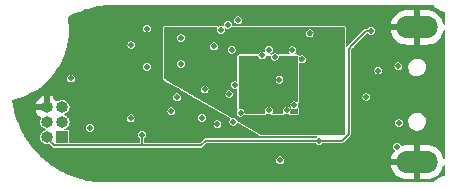
<source format=gbr>
%TF.GenerationSoftware,KiCad,Pcbnew,7.0.6*%
%TF.CreationDate,2023-08-02T13:54:47-07:00*%
%TF.ProjectId,ovrdrive,6f767264-7269-4766-952e-6b696361645f,rev?*%
%TF.SameCoordinates,Original*%
%TF.FileFunction,Copper,L2,Inr*%
%TF.FilePolarity,Positive*%
%FSLAX46Y46*%
G04 Gerber Fmt 4.6, Leading zero omitted, Abs format (unit mm)*
G04 Created by KiCad (PCBNEW 7.0.6) date 2023-08-02 13:54:47*
%MOMM*%
%LPD*%
G01*
G04 APERTURE LIST*
%TA.AperFunction,ComponentPad*%
%ADD10O,3.500000X1.900000*%
%TD*%
%TA.AperFunction,ComponentPad*%
%ADD11R,1.000000X1.000000*%
%TD*%
%TA.AperFunction,ComponentPad*%
%ADD12O,1.000000X1.000000*%
%TD*%
%TA.AperFunction,ViaPad*%
%ADD13C,0.460000*%
%TD*%
%TA.AperFunction,Conductor*%
%ADD14C,0.200000*%
%TD*%
G04 APERTURE END LIST*
D10*
%TO.N,GND*%
%TO.C,J1*%
X142100000Y-98500000D03*
X142100000Y-109900000D03*
%TD*%
D11*
%TO.N,/MISO*%
%TO.C,J3*%
X112070000Y-107800000D03*
D12*
%TO.N,+5V*%
X110800000Y-107800000D03*
%TO.N,/SCK*%
X112070000Y-106530000D03*
%TO.N,/MOSI*%
X110800000Y-106530000D03*
%TO.N,/~{RST}*%
X112070000Y-105260000D03*
%TO.N,GND*%
X110800000Y-105260000D03*
%TD*%
D13*
%TO.N,/IN1*%
X140520500Y-101800000D03*
%TO.N,GND*%
X139600000Y-97400000D03*
X137000000Y-100400000D03*
X143600000Y-100400000D03*
X143600000Y-106600000D03*
X133000000Y-99000000D03*
X126400000Y-100400000D03*
X117600000Y-109800000D03*
X124600000Y-107400000D03*
%TO.N,+3.3V*%
X140570500Y-106600000D03*
%TO.N,VMEM*%
X140400000Y-108600000D03*
X137800000Y-104400000D03*
%TO.N,+1V8*%
X131750000Y-104220000D03*
X127300000Y-102200000D03*
X128600000Y-105500000D03*
X131000000Y-101200000D03*
%TO.N,/MOSI*%
X119243348Y-101843348D03*
%TO.N,/~{RST}*%
X121283771Y-105600000D03*
%TO.N,/INHIBIT*%
X117900000Y-100000000D03*
X112800000Y-102829500D03*
%TO.N,Net-(JP1-B)*%
X130500000Y-109750000D03*
%TO.N,/RB1*%
X131550000Y-100450000D03*
%TO.N,/RB0*%
X130050000Y-101010000D03*
%TO.N,/~{CE1}*%
X130450000Y-102950000D03*
%TO.N,/DQS*%
X129550000Y-105540500D03*
%TO.N,Net-(U2A-~{CE})*%
X122100000Y-101600000D03*
%TO.N,/~{CE3}*%
X131050000Y-105540500D03*
%TO.N,/~{CE2}*%
X131700000Y-105100000D03*
%TO.N,/~{RE}*%
X129550000Y-100400000D03*
%TO.N,/~{CE}*%
X119250000Y-98600000D03*
X128991864Y-100879856D03*
%TO.N,/~{WP}*%
X123900000Y-106150000D03*
%TO.N,/~{WE}*%
X125200000Y-106700000D03*
%TO.N,/ALE*%
X126550000Y-106500000D03*
%TO.N,/CLE*%
X127150000Y-105740500D03*
%TO.N,+3.3V*%
X128000000Y-106500000D03*
X130600000Y-100400000D03*
X132400000Y-102100000D03*
X129100000Y-106500000D03*
X123300000Y-101304500D03*
X132400000Y-105100000D03*
%TO.N,GND*%
X108900000Y-105600000D03*
X119800000Y-106500000D03*
X118200000Y-98400000D03*
X132350000Y-101200000D03*
X136500000Y-108600000D03*
X114600000Y-99200000D03*
X132500000Y-109000000D03*
X139750000Y-110950000D03*
X114100000Y-107900000D03*
X126950000Y-97150000D03*
X122550000Y-105950000D03*
X135500000Y-97050000D03*
X119900000Y-101300000D03*
X113350000Y-109800000D03*
X111500000Y-104500000D03*
X122100000Y-99400000D03*
X131000000Y-110600000D03*
X126300000Y-110800000D03*
X117600000Y-103800000D03*
%TO.N,+5V*%
X138200000Y-98800000D03*
X118800000Y-107600000D03*
X133800000Y-108095500D03*
%TO.N,/FD7*%
X126950000Y-97900000D03*
%TO.N,/FD6*%
X126072701Y-98279500D03*
%TO.N,/FD5*%
X125500000Y-98700000D03*
%TO.N,/FD4*%
X124900000Y-100100000D03*
%TO.N,/FD3*%
X126677375Y-103384648D03*
%TO.N,/FD2*%
X124104500Y-103764148D03*
%TO.N,/FD1*%
X121770207Y-104429793D03*
%TO.N,/FD0*%
X126204500Y-104150000D03*
%TO.N,/IN1*%
X117845500Y-106200000D03*
%TO.N,/IN2*%
X138825627Y-102157685D03*
X114400000Y-107000000D03*
%TD*%
D14*
%TO.N,+5V*%
X136300000Y-100300000D02*
X136300000Y-107500000D01*
X110800000Y-107930000D02*
X110800000Y-107800000D01*
X138200000Y-98800000D02*
X137800000Y-98800000D01*
X136300000Y-107500000D02*
X135704500Y-108095500D01*
X118800000Y-107600000D02*
X118800000Y-108500000D01*
X118800000Y-108500000D02*
X111370000Y-108500000D01*
X123800000Y-108500000D02*
X118800000Y-108500000D01*
X133800000Y-108095500D02*
X133795500Y-108100000D01*
X124200000Y-108100000D02*
X123800000Y-108500000D01*
X137800000Y-98800000D02*
X136600000Y-100000000D01*
X111370000Y-108500000D02*
X110800000Y-107930000D01*
X135704500Y-108095500D02*
X133800000Y-108095500D01*
X136600000Y-100000000D02*
X136300000Y-100300000D01*
X133795500Y-108100000D02*
X124200000Y-108100000D01*
%TD*%
%TA.AperFunction,Conductor*%
%TO.N,GND*%
G36*
X111054000Y-105465000D02*
G01*
X111039648Y-105499648D01*
X111014390Y-105510110D01*
X111054000Y-105462905D01*
X111054000Y-105465000D01*
G37*
%TD.AperFunction*%
%TA.AperFunction,Conductor*%
G36*
X132397792Y-100977954D02*
G01*
X132456114Y-100999182D01*
X132470850Y-101007690D01*
X132518400Y-101047589D01*
X132529338Y-101060624D01*
X132560370Y-101114370D01*
X132566191Y-101130363D01*
X132576969Y-101191491D01*
X132576969Y-101208508D01*
X132566191Y-101269632D01*
X132560370Y-101285623D01*
X132529337Y-101339375D01*
X132518399Y-101352410D01*
X132470851Y-101392307D01*
X132456117Y-101400815D01*
X132397792Y-101422045D01*
X132381032Y-101425000D01*
X132318966Y-101425000D01*
X132302207Y-101422045D01*
X132218285Y-101391499D01*
X132218284Y-101391499D01*
X132211410Y-101388997D01*
X132206310Y-101386885D01*
X132206306Y-101386883D01*
X132204676Y-101386446D01*
X132203206Y-101385983D01*
X132203009Y-101385999D01*
X132181804Y-101380318D01*
X132179127Y-101379638D01*
X132158344Y-101381273D01*
X132122677Y-101369685D01*
X132105651Y-101336270D01*
X132105500Y-101332425D01*
X132105500Y-101079768D01*
X132119852Y-101045120D01*
X132154500Y-101030768D01*
X132154930Y-101030770D01*
X132166692Y-101030873D01*
X132166692Y-101030872D01*
X132166695Y-101030873D01*
X132202462Y-101019597D01*
X132228081Y-101005541D01*
X132234881Y-101002460D01*
X132302207Y-100977954D01*
X132318966Y-100975000D01*
X132381034Y-100975000D01*
X132397792Y-100977954D01*
G37*
%TD.AperFunction*%
%TA.AperFunction,Conductor*%
G36*
X126447792Y-100177954D02*
G01*
X126506114Y-100199182D01*
X126520850Y-100207690D01*
X126568400Y-100247589D01*
X126579338Y-100260624D01*
X126610370Y-100314370D01*
X126616191Y-100330363D01*
X126626969Y-100391491D01*
X126626969Y-100408508D01*
X126616191Y-100469632D01*
X126610370Y-100485623D01*
X126579337Y-100539375D01*
X126568399Y-100552410D01*
X126520851Y-100592307D01*
X126506117Y-100600815D01*
X126447792Y-100622045D01*
X126431032Y-100625000D01*
X126368968Y-100625000D01*
X126352209Y-100622045D01*
X126293879Y-100600814D01*
X126279144Y-100592306D01*
X126231598Y-100552411D01*
X126220662Y-100539379D01*
X126189625Y-100485623D01*
X126183807Y-100469638D01*
X126173029Y-100408506D01*
X126173029Y-100391491D01*
X126183807Y-100330360D01*
X126189625Y-100314377D01*
X126220660Y-100260623D01*
X126231594Y-100247592D01*
X126279148Y-100207688D01*
X126293881Y-100199183D01*
X126331602Y-100185454D01*
X126352208Y-100177955D01*
X126368966Y-100175000D01*
X126431034Y-100175000D01*
X126447792Y-100177954D01*
G37*
%TD.AperFunction*%
%TA.AperFunction,Conductor*%
G36*
X122147792Y-99177954D02*
G01*
X122206114Y-99199182D01*
X122220850Y-99207690D01*
X122268400Y-99247589D01*
X122279338Y-99260624D01*
X122310370Y-99314370D01*
X122316191Y-99330363D01*
X122326969Y-99391491D01*
X122326969Y-99408508D01*
X122316191Y-99469632D01*
X122310370Y-99485623D01*
X122279337Y-99539375D01*
X122268399Y-99552410D01*
X122220851Y-99592307D01*
X122206117Y-99600815D01*
X122147792Y-99622045D01*
X122131032Y-99625000D01*
X122068968Y-99625000D01*
X122052209Y-99622045D01*
X121993879Y-99600814D01*
X121979144Y-99592306D01*
X121931598Y-99552411D01*
X121920662Y-99539379D01*
X121889625Y-99485623D01*
X121883807Y-99469638D01*
X121873029Y-99408506D01*
X121873029Y-99391491D01*
X121883807Y-99330360D01*
X121889625Y-99314377D01*
X121920660Y-99260623D01*
X121931594Y-99247592D01*
X121979148Y-99207688D01*
X121993881Y-99199183D01*
X122031602Y-99185454D01*
X122052208Y-99177955D01*
X122068966Y-99175000D01*
X122131034Y-99175000D01*
X122147792Y-99177954D01*
G37*
%TD.AperFunction*%
%TA.AperFunction,Conductor*%
G36*
X133047792Y-98777954D02*
G01*
X133106114Y-98799182D01*
X133120850Y-98807690D01*
X133168400Y-98847589D01*
X133179338Y-98860624D01*
X133210370Y-98914370D01*
X133216191Y-98930363D01*
X133226969Y-98991491D01*
X133226969Y-99008508D01*
X133216191Y-99069632D01*
X133210370Y-99085623D01*
X133179337Y-99139375D01*
X133168399Y-99152410D01*
X133120851Y-99192307D01*
X133106117Y-99200815D01*
X133047792Y-99222045D01*
X133031032Y-99225000D01*
X132968968Y-99225000D01*
X132952209Y-99222045D01*
X132893879Y-99200814D01*
X132879144Y-99192306D01*
X132831598Y-99152411D01*
X132820662Y-99139379D01*
X132789625Y-99085623D01*
X132783807Y-99069638D01*
X132773029Y-99008506D01*
X132773029Y-98991491D01*
X132783807Y-98930360D01*
X132789625Y-98914377D01*
X132820660Y-98860623D01*
X132831594Y-98847592D01*
X132879148Y-98807688D01*
X132893881Y-98799183D01*
X132936313Y-98783740D01*
X132952208Y-98777955D01*
X132968966Y-98775000D01*
X133031034Y-98775000D01*
X133047792Y-98777954D01*
G37*
%TD.AperFunction*%
%TA.AperFunction,Conductor*%
G36*
X143496587Y-96638571D02*
G01*
X143498948Y-96641105D01*
X143535977Y-96683793D01*
X143557533Y-96708643D01*
X143725459Y-96856897D01*
X143798720Y-96906051D01*
X143911470Y-96981700D01*
X144112322Y-97080875D01*
X144324501Y-97152687D01*
X144394379Y-97166368D01*
X144425623Y-97187109D01*
X144433963Y-97214455D01*
X144433963Y-98243065D01*
X144419611Y-98277713D01*
X144384963Y-98292065D01*
X144350315Y-98277713D01*
X144336631Y-98251130D01*
X144318229Y-98140853D01*
X144239774Y-97912323D01*
X144239770Y-97912313D01*
X144124777Y-97699825D01*
X144124768Y-97699811D01*
X143976364Y-97509141D01*
X143798588Y-97345488D01*
X143596313Y-97213335D01*
X143596307Y-97213331D01*
X143375036Y-97116273D01*
X143375037Y-97116273D01*
X143140801Y-97056956D01*
X142960303Y-97042000D01*
X142354000Y-97042000D01*
X142354000Y-98050000D01*
X141846000Y-98050000D01*
X141846000Y-97042000D01*
X141239697Y-97042000D01*
X141059198Y-97056956D01*
X140824963Y-97116273D01*
X140603692Y-97213331D01*
X140603686Y-97213335D01*
X140401411Y-97345488D01*
X140223635Y-97509141D01*
X140075231Y-97699811D01*
X140075222Y-97699825D01*
X139960229Y-97912313D01*
X139960225Y-97912323D01*
X139881770Y-98140853D01*
X139864225Y-98246000D01*
X140927032Y-98246000D01*
X140876375Y-98333740D01*
X140846190Y-98465992D01*
X140856327Y-98601265D01*
X140905887Y-98727541D01*
X140926987Y-98754000D01*
X139864225Y-98754000D01*
X139881770Y-98859146D01*
X139960225Y-99087676D01*
X139960229Y-99087686D01*
X140075222Y-99300174D01*
X140075231Y-99300188D01*
X140223635Y-99490858D01*
X140401411Y-99654511D01*
X140603686Y-99786664D01*
X140603692Y-99786668D01*
X140824963Y-99883726D01*
X140824962Y-99883726D01*
X141059198Y-99943043D01*
X141239697Y-99958000D01*
X141846000Y-99958000D01*
X141846000Y-98950000D01*
X142354000Y-98950000D01*
X142354000Y-99958000D01*
X142960303Y-99958000D01*
X143140801Y-99943043D01*
X143375036Y-99883726D01*
X143596307Y-99786668D01*
X143596313Y-99786664D01*
X143798588Y-99654511D01*
X143976364Y-99490858D01*
X144124768Y-99300188D01*
X144124777Y-99300174D01*
X144239770Y-99087686D01*
X144239774Y-99087676D01*
X144318229Y-98859146D01*
X144336631Y-98748869D01*
X144356490Y-98717056D01*
X144393028Y-98708602D01*
X144424841Y-98728461D01*
X144433963Y-98756934D01*
X144433963Y-109643065D01*
X144419611Y-109677713D01*
X144384963Y-109692065D01*
X144350315Y-109677713D01*
X144336631Y-109651130D01*
X144318229Y-109540853D01*
X144239774Y-109312323D01*
X144239770Y-109312313D01*
X144124777Y-109099825D01*
X144124768Y-109099811D01*
X143976364Y-108909141D01*
X143798588Y-108745488D01*
X143596313Y-108613335D01*
X143596307Y-108613331D01*
X143375036Y-108516273D01*
X143375037Y-108516273D01*
X143140801Y-108456956D01*
X142960303Y-108442000D01*
X142354000Y-108442000D01*
X142354000Y-109450000D01*
X141846000Y-109450000D01*
X141846000Y-108442000D01*
X141239697Y-108442000D01*
X141059198Y-108456956D01*
X140824962Y-108516273D01*
X140824958Y-108516274D01*
X140785418Y-108533618D01*
X140747923Y-108534393D01*
X140720863Y-108508427D01*
X140717482Y-108497260D01*
X140715359Y-108485219D01*
X140681169Y-108426000D01*
X140657084Y-108384283D01*
X140657082Y-108384280D01*
X140567799Y-108309364D01*
X140567797Y-108309363D01*
X140458276Y-108269500D01*
X140341724Y-108269500D01*
X140232202Y-108309363D01*
X140232200Y-108309364D01*
X140142917Y-108384280D01*
X140142915Y-108384283D01*
X140084641Y-108485216D01*
X140064402Y-108600000D01*
X140084641Y-108714783D01*
X140142915Y-108815716D01*
X140142917Y-108815719D01*
X140199551Y-108863240D01*
X140216868Y-108896505D01*
X140206722Y-108930872D01*
X140075231Y-109099811D01*
X140075222Y-109099825D01*
X139960229Y-109312313D01*
X139960225Y-109312323D01*
X139881770Y-109540853D01*
X139864225Y-109646000D01*
X140927032Y-109646000D01*
X140876375Y-109733740D01*
X140846190Y-109865992D01*
X140856327Y-110001265D01*
X140905887Y-110127541D01*
X140926987Y-110154000D01*
X139864225Y-110154000D01*
X139881770Y-110259146D01*
X139960225Y-110487676D01*
X139960229Y-110487686D01*
X140075222Y-110700174D01*
X140075231Y-110700188D01*
X140223635Y-110890858D01*
X140401411Y-111054511D01*
X140603686Y-111186664D01*
X140603692Y-111186668D01*
X140824963Y-111283726D01*
X140824962Y-111283726D01*
X141059198Y-111343043D01*
X141239697Y-111358000D01*
X141846000Y-111358000D01*
X141846000Y-110350000D01*
X142354000Y-110350000D01*
X142354000Y-111358000D01*
X142960303Y-111358000D01*
X143140801Y-111343043D01*
X143375036Y-111283726D01*
X143596307Y-111186668D01*
X143596313Y-111186664D01*
X143798588Y-111054511D01*
X143976364Y-110890858D01*
X144124768Y-110700188D01*
X144124777Y-110700174D01*
X144239770Y-110487686D01*
X144239774Y-110487676D01*
X144318229Y-110259146D01*
X144336631Y-110148869D01*
X144356490Y-110117056D01*
X144393028Y-110108602D01*
X144424841Y-110128461D01*
X144433963Y-110156934D01*
X144433963Y-111032991D01*
X144419611Y-111067639D01*
X144394378Y-111081078D01*
X144324505Y-111094758D01*
X144324503Y-111094758D01*
X144324501Y-111094759D01*
X144251675Y-111119405D01*
X144112321Y-111166568D01*
X143911471Y-111265739D01*
X143911472Y-111265739D01*
X143773957Y-111358000D01*
X143725451Y-111390543D01*
X143557531Y-111538785D01*
X143498939Y-111606328D01*
X143465393Y-111623096D01*
X143461925Y-111623219D01*
X115820682Y-111623219D01*
X115820286Y-111623055D01*
X115800496Y-111623215D01*
X115800022Y-111623218D01*
X115799996Y-111623218D01*
X115541709Y-111616709D01*
X115464090Y-111614754D01*
X115268165Y-111609523D01*
X115266585Y-111609430D01*
X114964291Y-111581768D01*
X114729708Y-111559184D01*
X114728217Y-111558995D01*
X114438367Y-111513018D01*
X114195887Y-111472597D01*
X114194488Y-111472322D01*
X113912514Y-111408267D01*
X113776671Y-111375831D01*
X113669133Y-111350153D01*
X113667835Y-111349805D01*
X113392972Y-111267952D01*
X113151900Y-111192429D01*
X113150696Y-111192017D01*
X112883164Y-111092690D01*
X112646546Y-111000152D01*
X112645444Y-110999690D01*
X112385860Y-110883281D01*
X112307264Y-110846087D01*
X112155375Y-110774208D01*
X112154376Y-110773707D01*
X111903535Y-110640678D01*
X111680152Y-110515371D01*
X111635367Y-110487686D01*
X111438523Y-110366000D01*
X111224033Y-110225344D01*
X110992980Y-110060483D01*
X110788583Y-109905220D01*
X110598897Y-109750000D01*
X130164402Y-109750000D01*
X130184641Y-109864783D01*
X130242915Y-109965716D01*
X130242917Y-109965719D01*
X130285280Y-110001265D01*
X130332201Y-110040636D01*
X130441724Y-110080500D01*
X130558276Y-110080500D01*
X130667799Y-110040636D01*
X130757083Y-109965718D01*
X130815359Y-109864781D01*
X130835598Y-109750000D01*
X130815359Y-109635219D01*
X130815358Y-109635217D01*
X130815358Y-109635216D01*
X130757084Y-109534283D01*
X130757082Y-109534280D01*
X130667799Y-109459364D01*
X130667797Y-109459363D01*
X130558276Y-109419500D01*
X130441724Y-109419500D01*
X130332202Y-109459363D01*
X130332200Y-109459364D01*
X130242917Y-109534280D01*
X130242915Y-109534283D01*
X130184641Y-109635216D01*
X130164402Y-109750000D01*
X110598897Y-109750000D01*
X110569006Y-109725540D01*
X110375769Y-109556456D01*
X110168552Y-109362691D01*
X109987508Y-109180688D01*
X109793453Y-108973580D01*
X109625555Y-108779640D01*
X109445448Y-108559994D01*
X109291586Y-108355205D01*
X109260667Y-108311964D01*
X109126421Y-108124218D01*
X109125834Y-108123357D01*
X109005000Y-107936952D01*
X108987127Y-107909380D01*
X108919695Y-107800545D01*
X108837260Y-107667493D01*
X108836669Y-107666485D01*
X108818023Y-107632830D01*
X108713563Y-107444283D01*
X108680234Y-107381591D01*
X108616012Y-107260787D01*
X108579583Y-107192263D01*
X108579015Y-107191125D01*
X108472168Y-106962224D01*
X108354557Y-106700666D01*
X108354051Y-106699455D01*
X108264102Y-106465826D01*
X108254721Y-106440636D01*
X108163205Y-106194902D01*
X108162772Y-106193627D01*
X108090489Y-105958550D01*
X108006458Y-105677414D01*
X108006082Y-105675999D01*
X107968304Y-105514000D01*
X109823693Y-105514000D01*
X109864223Y-105647608D01*
X109864226Y-105647615D01*
X109957825Y-105822725D01*
X110083788Y-105976211D01*
X110237276Y-106102175D01*
X110281431Y-106125777D01*
X110305223Y-106154767D01*
X110301547Y-106192089D01*
X110297208Y-106198819D01*
X110275465Y-106227155D01*
X110275462Y-106227160D01*
X110214955Y-106373238D01*
X110194318Y-106529999D01*
X110214955Y-106686761D01*
X110275461Y-106832836D01*
X110275464Y-106832841D01*
X110366297Y-106951218D01*
X110371718Y-106958282D01*
X110497159Y-107054536D01*
X110497161Y-107054536D01*
X110497163Y-107054538D01*
X110643238Y-107115044D01*
X110653681Y-107116419D01*
X110686159Y-107135171D01*
X110695866Y-107171396D01*
X110677114Y-107203874D01*
X110653681Y-107213581D01*
X110643238Y-107214955D01*
X110497163Y-107275461D01*
X110497158Y-107275464D01*
X110371718Y-107371717D01*
X110371717Y-107371718D01*
X110275464Y-107497158D01*
X110275461Y-107497163D01*
X110214955Y-107643238D01*
X110194318Y-107800000D01*
X110214955Y-107956761D01*
X110275461Y-108102836D01*
X110275464Y-108102841D01*
X110368220Y-108223724D01*
X110371718Y-108228282D01*
X110497159Y-108324536D01*
X110497161Y-108324536D01*
X110497163Y-108324538D01*
X110571200Y-108355205D01*
X110643238Y-108385044D01*
X110800000Y-108405682D01*
X110945825Y-108386483D01*
X110982048Y-108396190D01*
X110986867Y-108400416D01*
X111198250Y-108611800D01*
X111207748Y-108625185D01*
X111209211Y-108628223D01*
X111235110Y-108648877D01*
X111237151Y-108650701D01*
X111240679Y-108654229D01*
X111244198Y-108657749D01*
X111244199Y-108657750D01*
X111252630Y-108663047D01*
X111254873Y-108664638D01*
X111280769Y-108685290D01*
X111280771Y-108685290D01*
X111280772Y-108685291D01*
X111284054Y-108686040D01*
X111299219Y-108692321D01*
X111299225Y-108692325D01*
X111302076Y-108694116D01*
X111335000Y-108697825D01*
X111337704Y-108698284D01*
X111347410Y-108700500D01*
X111357362Y-108700500D01*
X111360104Y-108700653D01*
X111393026Y-108704363D01*
X111396206Y-108703250D01*
X111412391Y-108700500D01*
X118754237Y-108700500D01*
X118777410Y-108700500D01*
X123757611Y-108700500D01*
X123773796Y-108703250D01*
X123776974Y-108704362D01*
X123809889Y-108700653D01*
X123812632Y-108700500D01*
X123822591Y-108700500D01*
X123824310Y-108700107D01*
X123832310Y-108698280D01*
X123834997Y-108697824D01*
X123867924Y-108694116D01*
X123870775Y-108692323D01*
X123885948Y-108686038D01*
X123889231Y-108685290D01*
X123915139Y-108664628D01*
X123917358Y-108663052D01*
X123925801Y-108657748D01*
X123932849Y-108650698D01*
X123934870Y-108648892D01*
X123960788Y-108628224D01*
X123962249Y-108625189D01*
X123971747Y-108611800D01*
X124268697Y-108314852D01*
X124303346Y-108300500D01*
X133512308Y-108300500D01*
X133543804Y-108311964D01*
X133632196Y-108386133D01*
X133632199Y-108386134D01*
X133632201Y-108386136D01*
X133741724Y-108426000D01*
X133858276Y-108426000D01*
X133967799Y-108386136D01*
X134041209Y-108324538D01*
X134060367Y-108308463D01*
X134061730Y-108310087D01*
X134088424Y-108296187D01*
X134092702Y-108296000D01*
X135662111Y-108296000D01*
X135678296Y-108298750D01*
X135681474Y-108299862D01*
X135714389Y-108296153D01*
X135717132Y-108296000D01*
X135727091Y-108296000D01*
X135728810Y-108295607D01*
X135736810Y-108293780D01*
X135739497Y-108293324D01*
X135772424Y-108289616D01*
X135775275Y-108287823D01*
X135790448Y-108281538D01*
X135793731Y-108280790D01*
X135819639Y-108260128D01*
X135821858Y-108258552D01*
X135830301Y-108253248D01*
X135837349Y-108246198D01*
X135839370Y-108244392D01*
X135865288Y-108223724D01*
X135866749Y-108220689D01*
X135876247Y-108207300D01*
X136411800Y-107671747D01*
X136425189Y-107662249D01*
X136428224Y-107660788D01*
X136448892Y-107634870D01*
X136450698Y-107632849D01*
X136457748Y-107625801D01*
X136463052Y-107617358D01*
X136464628Y-107615139D01*
X136485290Y-107589231D01*
X136486038Y-107585948D01*
X136492323Y-107570775D01*
X136494116Y-107567924D01*
X136497824Y-107534997D01*
X136498280Y-107532310D01*
X136500500Y-107522590D01*
X136500500Y-107512632D01*
X136500654Y-107509888D01*
X136504362Y-107476973D01*
X136504361Y-107476971D01*
X136503249Y-107473791D01*
X136500500Y-107457610D01*
X136500500Y-106600000D01*
X140234902Y-106600000D01*
X140255141Y-106714783D01*
X140313415Y-106815716D01*
X140313417Y-106815719D01*
X140333817Y-106832836D01*
X140402701Y-106890636D01*
X140512224Y-106930500D01*
X140628776Y-106930500D01*
X140738299Y-106890636D01*
X140827583Y-106815718D01*
X140884745Y-106716710D01*
X140885858Y-106714783D01*
X140885858Y-106714782D01*
X140885859Y-106714781D01*
X140906098Y-106600000D01*
X140896212Y-106543935D01*
X141345669Y-106543935D01*
X141376135Y-106716711D01*
X141425218Y-106830500D01*
X141445624Y-106877806D01*
X141529623Y-106990635D01*
X141550390Y-107018530D01*
X141684786Y-107131302D01*
X141841567Y-107210040D01*
X142012279Y-107250500D01*
X142012280Y-107250500D01*
X142143705Y-107250500D01*
X142143709Y-107250500D01*
X142274255Y-107235241D01*
X142439117Y-107175237D01*
X142585696Y-107078830D01*
X142608615Y-107054538D01*
X142706087Y-106951223D01*
X142706092Y-106951218D01*
X142793812Y-106799281D01*
X142844130Y-106631210D01*
X142854331Y-106456065D01*
X142823865Y-106283289D01*
X142754377Y-106122196D01*
X142739473Y-106102177D01*
X142689625Y-106035219D01*
X142649610Y-105981470D01*
X142606094Y-105944956D01*
X142515214Y-105868698D01*
X142358434Y-105789960D01*
X142358432Y-105789959D01*
X142225488Y-105758451D01*
X142187721Y-105749500D01*
X142056291Y-105749500D01*
X141969260Y-105759672D01*
X141925743Y-105764759D01*
X141925742Y-105764760D01*
X141760883Y-105824762D01*
X141614305Y-105921169D01*
X141614299Y-105921173D01*
X141493912Y-106048776D01*
X141493907Y-106048783D01*
X141406189Y-106200716D01*
X141406185Y-106200725D01*
X141355871Y-106368785D01*
X141355869Y-106368792D01*
X141346451Y-106530500D01*
X141345669Y-106543935D01*
X140896212Y-106543935D01*
X140885859Y-106485219D01*
X140885858Y-106485217D01*
X140885858Y-106485216D01*
X140827584Y-106384283D01*
X140827582Y-106384280D01*
X140738299Y-106309364D01*
X140738297Y-106309363D01*
X140628776Y-106269500D01*
X140512224Y-106269500D01*
X140402702Y-106309363D01*
X140402700Y-106309364D01*
X140313417Y-106384280D01*
X140313415Y-106384283D01*
X140255141Y-106485216D01*
X140234902Y-106600000D01*
X136500500Y-106600000D01*
X136500500Y-104400000D01*
X137464402Y-104400000D01*
X137484641Y-104514783D01*
X137542915Y-104615716D01*
X137542917Y-104615719D01*
X137608188Y-104670487D01*
X137632201Y-104690636D01*
X137741724Y-104730500D01*
X137858276Y-104730500D01*
X137967799Y-104690636D01*
X138057083Y-104615718D01*
X138115359Y-104514781D01*
X138135598Y-104400000D01*
X138115359Y-104285219D01*
X138115358Y-104285217D01*
X138115358Y-104285216D01*
X138057084Y-104184283D01*
X138057082Y-104184280D01*
X137967799Y-104109364D01*
X137967797Y-104109363D01*
X137858276Y-104069500D01*
X137741724Y-104069500D01*
X137632202Y-104109363D01*
X137632200Y-104109364D01*
X137542917Y-104184280D01*
X137542915Y-104184283D01*
X137484641Y-104285216D01*
X137464402Y-104400000D01*
X136500500Y-104400000D01*
X136500500Y-102157685D01*
X138490029Y-102157685D01*
X138510268Y-102272468D01*
X138568542Y-102373401D01*
X138568544Y-102373404D01*
X138622324Y-102418530D01*
X138657828Y-102448321D01*
X138767351Y-102488185D01*
X138883903Y-102488185D01*
X138993426Y-102448321D01*
X139082710Y-102373403D01*
X139140986Y-102272466D01*
X139161225Y-102157685D01*
X139140986Y-102042904D01*
X139140985Y-102042902D01*
X139140985Y-102042901D01*
X139082711Y-101941968D01*
X139082709Y-101941965D01*
X138993426Y-101867049D01*
X138993424Y-101867048D01*
X138883903Y-101827185D01*
X138767351Y-101827185D01*
X138657829Y-101867048D01*
X138657827Y-101867049D01*
X138568544Y-101941965D01*
X138568542Y-101941968D01*
X138510268Y-102042901D01*
X138490029Y-102157685D01*
X136500500Y-102157685D01*
X136500500Y-101800000D01*
X140184902Y-101800000D01*
X140191648Y-101838260D01*
X140205141Y-101914783D01*
X140263415Y-102015716D01*
X140263417Y-102015719D01*
X140315077Y-102059066D01*
X140352701Y-102090636D01*
X140462224Y-102130500D01*
X140578776Y-102130500D01*
X140688299Y-102090636D01*
X140777583Y-102015718D01*
X140819027Y-101943935D01*
X141345669Y-101943935D01*
X141376135Y-102116711D01*
X141443321Y-102272468D01*
X141445624Y-102277806D01*
X141516794Y-102373403D01*
X141550390Y-102418530D01*
X141684786Y-102531302D01*
X141841567Y-102610040D01*
X142012279Y-102650500D01*
X142012280Y-102650500D01*
X142143705Y-102650500D01*
X142143709Y-102650500D01*
X142274255Y-102635241D01*
X142439117Y-102575237D01*
X142585696Y-102478830D01*
X142706092Y-102351218D01*
X142793812Y-102199281D01*
X142844130Y-102031210D01*
X142854331Y-101856065D01*
X142823865Y-101683289D01*
X142754377Y-101522196D01*
X142649610Y-101381470D01*
X142649376Y-101381274D01*
X142515214Y-101268698D01*
X142358434Y-101189960D01*
X142358432Y-101189959D01*
X142228180Y-101159089D01*
X142187721Y-101149500D01*
X142056291Y-101149500D01*
X141969260Y-101159672D01*
X141925743Y-101164759D01*
X141925742Y-101164760D01*
X141760883Y-101224762D01*
X141614305Y-101321169D01*
X141614299Y-101321173D01*
X141493912Y-101448776D01*
X141493907Y-101448783D01*
X141406189Y-101600716D01*
X141406185Y-101600725D01*
X141355871Y-101768785D01*
X141355869Y-101768792D01*
X141345669Y-101943931D01*
X141345669Y-101943935D01*
X140819027Y-101943935D01*
X140835859Y-101914781D01*
X140856098Y-101800000D01*
X140835859Y-101685219D01*
X140835858Y-101685217D01*
X140835858Y-101685216D01*
X140777584Y-101584283D01*
X140777582Y-101584280D01*
X140688299Y-101509364D01*
X140688297Y-101509363D01*
X140578776Y-101469500D01*
X140462224Y-101469500D01*
X140352702Y-101509363D01*
X140352700Y-101509364D01*
X140263417Y-101584280D01*
X140263415Y-101584283D01*
X140205141Y-101685216D01*
X140190406Y-101768785D01*
X140184902Y-101800000D01*
X136500500Y-101800000D01*
X136500500Y-100403345D01*
X136514852Y-100368697D01*
X136635960Y-100247589D01*
X136757748Y-100125801D01*
X136757747Y-100125801D01*
X137868697Y-99014852D01*
X137903346Y-99000500D01*
X137907298Y-99000500D01*
X137939053Y-99013653D01*
X137939633Y-99012963D01*
X137941824Y-99014801D01*
X137941946Y-99014852D01*
X137942151Y-99015076D01*
X138007169Y-99069632D01*
X138032201Y-99090636D01*
X138141724Y-99130500D01*
X138258276Y-99130500D01*
X138367799Y-99090636D01*
X138444707Y-99026102D01*
X138457082Y-99015719D01*
X138457084Y-99015716D01*
X138458674Y-99012963D01*
X138495025Y-98950000D01*
X138515358Y-98914783D01*
X138515358Y-98914782D01*
X138515359Y-98914781D01*
X138535598Y-98800000D01*
X138515359Y-98685219D01*
X138515358Y-98685217D01*
X138515358Y-98685216D01*
X138457084Y-98584283D01*
X138457082Y-98584280D01*
X138367799Y-98509364D01*
X138367797Y-98509363D01*
X138258276Y-98469500D01*
X138141724Y-98469500D01*
X138032202Y-98509363D01*
X138032200Y-98509364D01*
X137939633Y-98587037D01*
X137938269Y-98585412D01*
X137911576Y-98599313D01*
X137907298Y-98599500D01*
X137842389Y-98599500D01*
X137826204Y-98596750D01*
X137823026Y-98595638D01*
X137790113Y-98599346D01*
X137787371Y-98599500D01*
X137777410Y-98599500D01*
X137767700Y-98601715D01*
X137764993Y-98602175D01*
X137732078Y-98605884D01*
X137732071Y-98605886D01*
X137729219Y-98607679D01*
X137714057Y-98613959D01*
X137710771Y-98614708D01*
X137710767Y-98614710D01*
X137684873Y-98635361D01*
X137682632Y-98636952D01*
X137674199Y-98642250D01*
X137674199Y-98642251D01*
X137667156Y-98649292D01*
X137665109Y-98651121D01*
X137639212Y-98671775D01*
X137639210Y-98671777D01*
X137637747Y-98674816D01*
X137628250Y-98688199D01*
X136451047Y-99865403D01*
X136189148Y-100127302D01*
X136154500Y-100141654D01*
X136119852Y-100127302D01*
X136105500Y-100092654D01*
X136105500Y-98549002D01*
X136105500Y-98549000D01*
X136097469Y-98508626D01*
X136097468Y-98508623D01*
X136083120Y-98473984D01*
X136075603Y-98459230D01*
X136075205Y-98458890D01*
X136026022Y-98416883D01*
X135991374Y-98402531D01*
X135951000Y-98394500D01*
X135950998Y-98394500D01*
X126446417Y-98394500D01*
X126411769Y-98380148D01*
X126397417Y-98345500D01*
X126398160Y-98336999D01*
X126408299Y-98279500D01*
X126388060Y-98164719D01*
X126388059Y-98164717D01*
X126388059Y-98164716D01*
X126329785Y-98063783D01*
X126329783Y-98063780D01*
X126240500Y-97988864D01*
X126240498Y-97988863D01*
X126130977Y-97949000D01*
X126014425Y-97949000D01*
X125904903Y-97988863D01*
X125904901Y-97988864D01*
X125815618Y-98063780D01*
X125815616Y-98063783D01*
X125757342Y-98164716D01*
X125737418Y-98277713D01*
X125737103Y-98279500D01*
X125752634Y-98367584D01*
X125744517Y-98404197D01*
X125712888Y-98424348D01*
X125676274Y-98416230D01*
X125672884Y-98413630D01*
X125667799Y-98409364D01*
X125667797Y-98409363D01*
X125558276Y-98369500D01*
X125441724Y-98369500D01*
X125332203Y-98409362D01*
X125332200Y-98409364D01*
X125332201Y-98409364D01*
X125304953Y-98432227D01*
X125269187Y-98443503D01*
X125241635Y-98431950D01*
X125239683Y-98430282D01*
X125223994Y-98416883D01*
X125189346Y-98402531D01*
X125148972Y-98394500D01*
X120749000Y-98394500D01*
X120728812Y-98398515D01*
X120708624Y-98402531D01*
X120708623Y-98402531D01*
X120673984Y-98416880D01*
X120659230Y-98424396D01*
X120629480Y-98459229D01*
X120616883Y-98473978D01*
X120602531Y-98508626D01*
X120594500Y-98549000D01*
X120594500Y-98999999D01*
X120594500Y-99399999D01*
X120594500Y-100099999D01*
X120594500Y-100399999D01*
X120594500Y-101599999D01*
X120594500Y-102875102D01*
X120594963Y-102882078D01*
X120597135Y-102898374D01*
X120618213Y-102948923D01*
X120641136Y-102978604D01*
X120672170Y-103005649D01*
X121333401Y-103384647D01*
X121493095Y-103476179D01*
X121995507Y-103764147D01*
X122155201Y-103855679D01*
X122668695Y-104149999D01*
X122828389Y-104241531D01*
X126274991Y-106217022D01*
X126297914Y-106246703D01*
X126293136Y-106283901D01*
X126293059Y-106284034D01*
X126234641Y-106385216D01*
X126214402Y-106500000D01*
X126234641Y-106614783D01*
X126292915Y-106715716D01*
X126292917Y-106715719D01*
X126369825Y-106780251D01*
X126382201Y-106790636D01*
X126491724Y-106830500D01*
X126608276Y-106830500D01*
X126717799Y-106790636D01*
X126807083Y-106715718D01*
X126865359Y-106614781D01*
X126865359Y-106614780D01*
X126866693Y-106612470D01*
X126896446Y-106589640D01*
X126933495Y-106594458D01*
X128748707Y-107634884D01*
X128836218Y-107685043D01*
X128861536Y-107695460D01*
X128885899Y-107701947D01*
X128885900Y-107701947D01*
X128885903Y-107701948D01*
X128913048Y-107705500D01*
X133627307Y-107705500D01*
X133661955Y-107719852D01*
X133676307Y-107754500D01*
X133661955Y-107789148D01*
X133644066Y-107800545D01*
X133632202Y-107804863D01*
X133632200Y-107804864D01*
X133542918Y-107879780D01*
X133541063Y-107881992D01*
X133507800Y-107899313D01*
X133503523Y-107899500D01*
X124242389Y-107899500D01*
X124226204Y-107896750D01*
X124223026Y-107895638D01*
X124190113Y-107899346D01*
X124187371Y-107899500D01*
X124177410Y-107899500D01*
X124167700Y-107901715D01*
X124164993Y-107902175D01*
X124132078Y-107905884D01*
X124132071Y-107905886D01*
X124129219Y-107907679D01*
X124114057Y-107913959D01*
X124110771Y-107914708D01*
X124110767Y-107914710D01*
X124084873Y-107935361D01*
X124082632Y-107936952D01*
X124074199Y-107942250D01*
X124074199Y-107942251D01*
X124067156Y-107949292D01*
X124065110Y-107951121D01*
X124039210Y-107971777D01*
X124037745Y-107974820D01*
X124028250Y-107988198D01*
X123731303Y-108285148D01*
X123696655Y-108299500D01*
X119049500Y-108299500D01*
X119014852Y-108285148D01*
X119000500Y-108250500D01*
X119000499Y-107886045D01*
X119014851Y-107851397D01*
X119017991Y-107848518D01*
X119057083Y-107815718D01*
X119115359Y-107714781D01*
X119135598Y-107600000D01*
X119115359Y-107485219D01*
X119115358Y-107485217D01*
X119115358Y-107485216D01*
X119057084Y-107384283D01*
X119057082Y-107384280D01*
X118967799Y-107309364D01*
X118967797Y-107309363D01*
X118858276Y-107269500D01*
X118741724Y-107269500D01*
X118632202Y-107309363D01*
X118632200Y-107309364D01*
X118542917Y-107384280D01*
X118542915Y-107384283D01*
X118484641Y-107485216D01*
X118464402Y-107600000D01*
X118484641Y-107714783D01*
X118536650Y-107804864D01*
X118542917Y-107815718D01*
X118581997Y-107848509D01*
X118599313Y-107881772D01*
X118599500Y-107886044D01*
X118599500Y-108250500D01*
X118585148Y-108285148D01*
X118550500Y-108299500D01*
X112719500Y-108299500D01*
X112684852Y-108285148D01*
X112670500Y-108250500D01*
X112670499Y-107290105D01*
X112670499Y-107290102D01*
X112664669Y-107260787D01*
X112664667Y-107260784D01*
X112664667Y-107260783D01*
X112642457Y-107227543D01*
X112609212Y-107205330D01*
X112579904Y-107199500D01*
X112269205Y-107199500D01*
X112234557Y-107185148D01*
X112220205Y-107150500D01*
X112234557Y-107115852D01*
X112250452Y-107105231D01*
X112372841Y-107054536D01*
X112443914Y-107000000D01*
X114064402Y-107000000D01*
X114084641Y-107114783D01*
X114142915Y-107215716D01*
X114142917Y-107215719D01*
X114196627Y-107260786D01*
X114232201Y-107290636D01*
X114341724Y-107330500D01*
X114458276Y-107330500D01*
X114567799Y-107290636D01*
X114657083Y-107215718D01*
X114715359Y-107114781D01*
X114735598Y-107000000D01*
X114715359Y-106885219D01*
X114715358Y-106885217D01*
X114715358Y-106885216D01*
X114657084Y-106784283D01*
X114657082Y-106784280D01*
X114567799Y-106709364D01*
X114567797Y-106709363D01*
X114542073Y-106700000D01*
X124864402Y-106700000D01*
X124884641Y-106814783D01*
X124942915Y-106915716D01*
X124942917Y-106915719D01*
X125019825Y-106980251D01*
X125032201Y-106990636D01*
X125141724Y-107030500D01*
X125258276Y-107030500D01*
X125367799Y-106990636D01*
X125457083Y-106915718D01*
X125506284Y-106830500D01*
X125515358Y-106814783D01*
X125515358Y-106814782D01*
X125515359Y-106814781D01*
X125535598Y-106700000D01*
X125515359Y-106585219D01*
X125515358Y-106585217D01*
X125515358Y-106585216D01*
X125457084Y-106484283D01*
X125457082Y-106484280D01*
X125367799Y-106409364D01*
X125367797Y-106409363D01*
X125258276Y-106369500D01*
X125141724Y-106369500D01*
X125032202Y-106409363D01*
X125032200Y-106409364D01*
X124942917Y-106484280D01*
X124942915Y-106484283D01*
X124884641Y-106585216D01*
X124864402Y-106700000D01*
X114542073Y-106700000D01*
X114458276Y-106669500D01*
X114341724Y-106669500D01*
X114232202Y-106709363D01*
X114232200Y-106709364D01*
X114142917Y-106784280D01*
X114142915Y-106784283D01*
X114084641Y-106885216D01*
X114064402Y-107000000D01*
X112443914Y-107000000D01*
X112498282Y-106958282D01*
X112594536Y-106832841D01*
X112655044Y-106686762D01*
X112675682Y-106530000D01*
X112655044Y-106373238D01*
X112630830Y-106314781D01*
X112594538Y-106227163D01*
X112594535Y-106227158D01*
X112586757Y-106217022D01*
X112573696Y-106200000D01*
X117509902Y-106200000D01*
X117530141Y-106314783D01*
X117588415Y-106415716D01*
X117588417Y-106415719D01*
X117665325Y-106480251D01*
X117677701Y-106490636D01*
X117787224Y-106530500D01*
X117903776Y-106530500D01*
X118013299Y-106490636D01*
X118100214Y-106417706D01*
X118102582Y-106415719D01*
X118102584Y-106415716D01*
X118107551Y-106407114D01*
X118160859Y-106314781D01*
X118181098Y-106200000D01*
X118172282Y-106150000D01*
X123564402Y-106150000D01*
X123584641Y-106264783D01*
X123642915Y-106365716D01*
X123642917Y-106365719D01*
X123666157Y-106385219D01*
X123732201Y-106440636D01*
X123841724Y-106480500D01*
X123958276Y-106480500D01*
X124067799Y-106440636D01*
X124157083Y-106365718D01*
X124204673Y-106283289D01*
X124215358Y-106264783D01*
X124215358Y-106264782D01*
X124215359Y-106264781D01*
X124235598Y-106150000D01*
X124215359Y-106035219D01*
X124215358Y-106035217D01*
X124215358Y-106035216D01*
X124157084Y-105934283D01*
X124157082Y-105934280D01*
X124067799Y-105859364D01*
X124067797Y-105859363D01*
X123958276Y-105819500D01*
X123841724Y-105819500D01*
X123732202Y-105859363D01*
X123732200Y-105859364D01*
X123642917Y-105934280D01*
X123642915Y-105934283D01*
X123584641Y-106035216D01*
X123564402Y-106150000D01*
X118172282Y-106150000D01*
X118160859Y-106085219D01*
X118160858Y-106085217D01*
X118160858Y-106085216D01*
X118102584Y-105984283D01*
X118102582Y-105984280D01*
X118013299Y-105909364D01*
X118013297Y-105909363D01*
X117903776Y-105869500D01*
X117787224Y-105869500D01*
X117677702Y-105909363D01*
X117677700Y-105909364D01*
X117588417Y-105984280D01*
X117588415Y-105984283D01*
X117530141Y-106085216D01*
X117509902Y-106200000D01*
X112573696Y-106200000D01*
X112498282Y-106101718D01*
X112429286Y-106048776D01*
X112372841Y-106005464D01*
X112372836Y-106005461D01*
X112226761Y-105944955D01*
X112216319Y-105943581D01*
X112183840Y-105924830D01*
X112174133Y-105888605D01*
X112192884Y-105856126D01*
X112216319Y-105846419D01*
X112222050Y-105845664D01*
X112226762Y-105845044D01*
X112372841Y-105784536D01*
X112498282Y-105688282D01*
X112566023Y-105600000D01*
X120948173Y-105600000D01*
X120968412Y-105714783D01*
X121026686Y-105815716D01*
X121026688Y-105815719D01*
X121074844Y-105856126D01*
X121115972Y-105890636D01*
X121225495Y-105930500D01*
X121342047Y-105930500D01*
X121451570Y-105890636D01*
X121540854Y-105815718D01*
X121599130Y-105714781D01*
X121619369Y-105600000D01*
X121599130Y-105485219D01*
X121599129Y-105485217D01*
X121599129Y-105485216D01*
X121540855Y-105384283D01*
X121540853Y-105384280D01*
X121451570Y-105309364D01*
X121451568Y-105309363D01*
X121342047Y-105269500D01*
X121225495Y-105269500D01*
X121115973Y-105309363D01*
X121115971Y-105309364D01*
X121026688Y-105384280D01*
X121026686Y-105384283D01*
X120968412Y-105485216D01*
X120948173Y-105600000D01*
X112566023Y-105600000D01*
X112594536Y-105562841D01*
X112655044Y-105416762D01*
X112675682Y-105260000D01*
X112655044Y-105103238D01*
X112614767Y-105006000D01*
X112594538Y-104957163D01*
X112594535Y-104957158D01*
X112498282Y-104831718D01*
X112498281Y-104831717D01*
X112372841Y-104735464D01*
X112372836Y-104735461D01*
X112226761Y-104674955D01*
X112090637Y-104657034D01*
X112070000Y-104654318D01*
X112069999Y-104654318D01*
X111913238Y-104674955D01*
X111767160Y-104735462D01*
X111767155Y-104735465D01*
X111738819Y-104757208D01*
X111702594Y-104766914D01*
X111670116Y-104748161D01*
X111665777Y-104741431D01*
X111642175Y-104697276D01*
X111516211Y-104543788D01*
X111377308Y-104429793D01*
X121434609Y-104429793D01*
X121454848Y-104544576D01*
X121513122Y-104645509D01*
X121513124Y-104645512D01*
X121566902Y-104690636D01*
X121602408Y-104720429D01*
X121711931Y-104760293D01*
X121828483Y-104760293D01*
X121938006Y-104720429D01*
X122027290Y-104645511D01*
X122085566Y-104544574D01*
X122105805Y-104429793D01*
X122085566Y-104315012D01*
X122085565Y-104315010D01*
X122085565Y-104315009D01*
X122027291Y-104214076D01*
X122027289Y-104214073D01*
X121938006Y-104139157D01*
X121938004Y-104139156D01*
X121828483Y-104099293D01*
X121711931Y-104099293D01*
X121602409Y-104139156D01*
X121602407Y-104139157D01*
X121513124Y-104214073D01*
X121513122Y-104214076D01*
X121454848Y-104315009D01*
X121434609Y-104429793D01*
X111377308Y-104429793D01*
X111362725Y-104417825D01*
X111187615Y-104324226D01*
X111187608Y-104324223D01*
X111054000Y-104283692D01*
X111054000Y-105057094D01*
X111012129Y-105007195D01*
X110912871Y-104949888D01*
X110828436Y-104935000D01*
X110771564Y-104935000D01*
X110687129Y-104949888D01*
X110587871Y-105007195D01*
X110514199Y-105094993D01*
X110475000Y-105202694D01*
X110475000Y-105317306D01*
X110514199Y-105425007D01*
X110587871Y-105512805D01*
X110589941Y-105514000D01*
X109823693Y-105514000D01*
X107968304Y-105514000D01*
X107952549Y-105446437D01*
X107885001Y-105150467D01*
X107884702Y-105148934D01*
X107861651Y-105006000D01*
X109823692Y-105006000D01*
X110545999Y-105006000D01*
X110545999Y-104283692D01*
X110412391Y-104324223D01*
X110412384Y-104324226D01*
X110237274Y-104417825D01*
X110083788Y-104543788D01*
X109957825Y-104697274D01*
X109864226Y-104872384D01*
X109864223Y-104872391D01*
X109823692Y-105006000D01*
X107861651Y-105006000D01*
X107855362Y-104967005D01*
X107833762Y-104831718D01*
X107808019Y-104670485D01*
X107816728Y-104634009D01*
X107846640Y-104614744D01*
X108029268Y-104577612D01*
X108291114Y-104502789D01*
X108305861Y-104499158D01*
X108307002Y-104498250D01*
X108307090Y-104498225D01*
X108478979Y-104449108D01*
X108478986Y-104449106D01*
X108917338Y-104285988D01*
X109072440Y-104214075D01*
X109341661Y-104089251D01*
X109749386Y-103860087D01*
X109749385Y-103860087D01*
X109749389Y-103860083D01*
X109749393Y-103860082D01*
X110138049Y-103599876D01*
X110138050Y-103599875D01*
X110138051Y-103599875D01*
X110505268Y-103310217D01*
X110505269Y-103310215D01*
X110505274Y-103310212D01*
X110711043Y-103120135D01*
X110848843Y-102992844D01*
X111000134Y-102829500D01*
X112464402Y-102829500D01*
X112484641Y-102944283D01*
X112542915Y-103045216D01*
X112542917Y-103045219D01*
X112619825Y-103109751D01*
X112632201Y-103120136D01*
X112741724Y-103160000D01*
X112858276Y-103160000D01*
X112967799Y-103120136D01*
X113057083Y-103045218D01*
X113115359Y-102944281D01*
X113135598Y-102829500D01*
X113115359Y-102714719D01*
X113115358Y-102714717D01*
X113115358Y-102714716D01*
X113057084Y-102613783D01*
X113057082Y-102613780D01*
X112967799Y-102538864D01*
X112967797Y-102538863D01*
X112858276Y-102499000D01*
X112741724Y-102499000D01*
X112632202Y-102538863D01*
X112632200Y-102538864D01*
X112542917Y-102613780D01*
X112542915Y-102613783D01*
X112484641Y-102714716D01*
X112464402Y-102829500D01*
X111000134Y-102829500D01*
X111166662Y-102649706D01*
X111456821Y-102282862D01*
X111717541Y-101894560D01*
X111739244Y-101856068D01*
X111746416Y-101843348D01*
X118907750Y-101843348D01*
X118927989Y-101958131D01*
X118986263Y-102059064D01*
X118986265Y-102059067D01*
X119054964Y-102116711D01*
X119075549Y-102133984D01*
X119185072Y-102173848D01*
X119301624Y-102173848D01*
X119411147Y-102133984D01*
X119500431Y-102059066D01*
X119558707Y-101958129D01*
X119578946Y-101843348D01*
X119558707Y-101728567D01*
X119558706Y-101728565D01*
X119558706Y-101728564D01*
X119500432Y-101627631D01*
X119500430Y-101627628D01*
X119411147Y-101552712D01*
X119411145Y-101552711D01*
X119301624Y-101512848D01*
X119185072Y-101512848D01*
X119075550Y-101552711D01*
X119075548Y-101552712D01*
X118986265Y-101627628D01*
X118986263Y-101627631D01*
X118927989Y-101728564D01*
X118907750Y-101843348D01*
X111746416Y-101843348D01*
X111947255Y-101487132D01*
X112144560Y-101063068D01*
X112254186Y-100769665D01*
X112308262Y-100624934D01*
X112437368Y-100175389D01*
X112473242Y-100000000D01*
X117564402Y-100000000D01*
X117584641Y-100114783D01*
X117642915Y-100215716D01*
X117642917Y-100215719D01*
X117687517Y-100253142D01*
X117732201Y-100290636D01*
X117841724Y-100330500D01*
X117958276Y-100330500D01*
X118067799Y-100290636D01*
X118157083Y-100215718D01*
X118215359Y-100114781D01*
X118235598Y-100000000D01*
X118215359Y-99885219D01*
X118215358Y-99885217D01*
X118215358Y-99885216D01*
X118157084Y-99784283D01*
X118157082Y-99784280D01*
X118067799Y-99709364D01*
X118067797Y-99709363D01*
X117958276Y-99669500D01*
X117841724Y-99669500D01*
X117732202Y-99709363D01*
X117732200Y-99709364D01*
X117642917Y-99784280D01*
X117642915Y-99784283D01*
X117584641Y-99885216D01*
X117564402Y-100000000D01*
X112473242Y-100000000D01*
X112497025Y-99883726D01*
X112531095Y-99717157D01*
X112538894Y-99654511D01*
X112588873Y-99253033D01*
X112589124Y-99247590D01*
X112607513Y-98847589D01*
X112610354Y-98785802D01*
X112609173Y-98748869D01*
X112604413Y-98600000D01*
X118914402Y-98600000D01*
X118934641Y-98714783D01*
X118992915Y-98815716D01*
X118992917Y-98815719D01*
X119046434Y-98860624D01*
X119082201Y-98890636D01*
X119191724Y-98930500D01*
X119308276Y-98930500D01*
X119417799Y-98890636D01*
X119507083Y-98815718D01*
X119565359Y-98714781D01*
X119585598Y-98600000D01*
X119565359Y-98485219D01*
X119565358Y-98485217D01*
X119565358Y-98485216D01*
X119507084Y-98384283D01*
X119507082Y-98384280D01*
X119417799Y-98309364D01*
X119417797Y-98309363D01*
X119308276Y-98269500D01*
X119191724Y-98269500D01*
X119082202Y-98309363D01*
X119082200Y-98309364D01*
X118992917Y-98384280D01*
X118992915Y-98384283D01*
X118934641Y-98485216D01*
X118914402Y-98600000D01*
X112604413Y-98600000D01*
X112595406Y-98318319D01*
X112575802Y-98140618D01*
X112576214Y-98139200D01*
X112573974Y-98124045D01*
X112573968Y-98123993D01*
X112550617Y-97912313D01*
X112549259Y-97900000D01*
X126614402Y-97900000D01*
X126634641Y-98014783D01*
X126692915Y-98115716D01*
X126692917Y-98115719D01*
X126751314Y-98164719D01*
X126782201Y-98190636D01*
X126891724Y-98230500D01*
X127008276Y-98230500D01*
X127117799Y-98190636D01*
X127207083Y-98115718D01*
X127265359Y-98014781D01*
X127285598Y-97900000D01*
X127265359Y-97785219D01*
X127265358Y-97785217D01*
X127265358Y-97785216D01*
X127207084Y-97684283D01*
X127207082Y-97684280D01*
X127117799Y-97609364D01*
X127117797Y-97609363D01*
X127008276Y-97569500D01*
X126891724Y-97569500D01*
X126782202Y-97609363D01*
X126782200Y-97609364D01*
X126692917Y-97684280D01*
X126692915Y-97684283D01*
X126634641Y-97785216D01*
X126614402Y-97900000D01*
X112549259Y-97900000D01*
X112544120Y-97853418D01*
X112544120Y-97853419D01*
X112544119Y-97853418D01*
X112507354Y-97659757D01*
X112514991Y-97623040D01*
X112532846Y-97607167D01*
X112586681Y-97579112D01*
X112972787Y-97380415D01*
X112973986Y-97379840D01*
X113172555Y-97291556D01*
X113469232Y-97165130D01*
X113470265Y-97164717D01*
X113691881Y-97082237D01*
X113981265Y-96982975D01*
X114212198Y-96912996D01*
X114508007Y-96834929D01*
X114738152Y-96780515D01*
X114739168Y-96780299D01*
X115056206Y-96720763D01*
X115270363Y-96683978D01*
X115271658Y-96683793D01*
X115700535Y-96635028D01*
X115781523Y-96626243D01*
X115798873Y-96624362D01*
X115801517Y-96624219D01*
X143461939Y-96624219D01*
X143496587Y-96638571D01*
G37*
%TD.AperFunction*%
%TD*%
%TA.AperFunction,Conductor*%
%TO.N,+3.3V*%
G36*
X125183620Y-98514352D02*
G01*
X125197972Y-98549000D01*
X125191407Y-98573499D01*
X125190367Y-98575302D01*
X125184641Y-98585218D01*
X125164402Y-98700000D01*
X125184641Y-98814783D01*
X125242915Y-98915716D01*
X125242917Y-98915719D01*
X125319825Y-98980251D01*
X125332201Y-98990636D01*
X125441724Y-99030500D01*
X125558276Y-99030500D01*
X125642072Y-99000000D01*
X132664402Y-99000000D01*
X132684641Y-99114783D01*
X132742915Y-99215716D01*
X132742917Y-99215719D01*
X132819825Y-99280251D01*
X132832201Y-99290636D01*
X132941724Y-99330500D01*
X133058276Y-99330500D01*
X133167799Y-99290636D01*
X133257083Y-99215718D01*
X133315359Y-99114781D01*
X133335598Y-99000000D01*
X133315359Y-98885219D01*
X133315358Y-98885217D01*
X133315358Y-98885216D01*
X133257084Y-98784283D01*
X133257082Y-98784280D01*
X133167799Y-98709364D01*
X133167797Y-98709363D01*
X133058276Y-98669500D01*
X132941724Y-98669500D01*
X132832202Y-98709363D01*
X132832200Y-98709364D01*
X132742917Y-98784280D01*
X132742915Y-98784283D01*
X132684641Y-98885216D01*
X132664402Y-99000000D01*
X125642072Y-99000000D01*
X125667799Y-98990636D01*
X125757083Y-98915718D01*
X125815359Y-98814781D01*
X125835598Y-98700000D01*
X125835597Y-98699998D01*
X125835598Y-98699997D01*
X125820066Y-98611916D01*
X125828182Y-98575302D01*
X125859812Y-98555152D01*
X125896426Y-98563268D01*
X125899816Y-98565870D01*
X125904897Y-98570133D01*
X125904900Y-98570134D01*
X125904902Y-98570136D01*
X126014425Y-98610000D01*
X126130977Y-98610000D01*
X126240500Y-98570136D01*
X126310422Y-98511464D01*
X126341920Y-98500000D01*
X135951000Y-98500000D01*
X135985648Y-98514352D01*
X136000000Y-98549000D01*
X136000000Y-107496153D01*
X135985648Y-107530801D01*
X135930801Y-107585648D01*
X135896154Y-107600000D01*
X128913048Y-107600000D01*
X128888681Y-107593512D01*
X126894792Y-106450673D01*
X126871869Y-106420992D01*
X126870910Y-106416700D01*
X126865359Y-106385219D01*
X126807083Y-106284282D01*
X126807082Y-106284280D01*
X126717799Y-106209364D01*
X126717797Y-106209363D01*
X126608276Y-106169500D01*
X126491724Y-106169500D01*
X126459597Y-106181193D01*
X126422129Y-106179557D01*
X126418471Y-106177660D01*
X122880852Y-104150000D01*
X125868902Y-104150000D01*
X125889141Y-104264783D01*
X125947415Y-104365716D01*
X125947417Y-104365719D01*
X126023779Y-104429793D01*
X126036701Y-104440636D01*
X126146224Y-104480500D01*
X126262776Y-104480500D01*
X126372299Y-104440636D01*
X126461583Y-104365718D01*
X126519859Y-104264781D01*
X126540098Y-104150000D01*
X126519859Y-104035219D01*
X126519858Y-104035217D01*
X126519858Y-104035216D01*
X126461584Y-103934283D01*
X126461582Y-103934280D01*
X126372299Y-103859364D01*
X126372297Y-103859363D01*
X126262776Y-103819500D01*
X126146224Y-103819500D01*
X126036702Y-103859363D01*
X126036700Y-103859364D01*
X125947417Y-103934280D01*
X125947415Y-103934283D01*
X125889141Y-104035216D01*
X125868902Y-104150000D01*
X122880852Y-104150000D01*
X122207664Y-103764148D01*
X123768902Y-103764148D01*
X123789141Y-103878931D01*
X123847415Y-103979864D01*
X123847417Y-103979867D01*
X123913381Y-104035216D01*
X123936701Y-104054784D01*
X124046224Y-104094648D01*
X124162776Y-104094648D01*
X124272299Y-104054784D01*
X124361583Y-103979866D01*
X124419859Y-103878929D01*
X124440098Y-103764148D01*
X124419859Y-103649367D01*
X124419858Y-103649365D01*
X124419858Y-103649364D01*
X124361584Y-103548431D01*
X124361582Y-103548428D01*
X124272299Y-103473512D01*
X124272297Y-103473511D01*
X124162776Y-103433648D01*
X124046224Y-103433648D01*
X123936702Y-103473511D01*
X123936700Y-103473512D01*
X123847417Y-103548428D01*
X123847415Y-103548431D01*
X123789141Y-103649364D01*
X123768902Y-103764148D01*
X122207664Y-103764148D01*
X121545558Y-103384648D01*
X126341777Y-103384648D01*
X126362016Y-103499431D01*
X126420290Y-103600364D01*
X126420292Y-103600367D01*
X126478689Y-103649367D01*
X126509576Y-103675284D01*
X126619099Y-103715148D01*
X126735651Y-103715148D01*
X126828741Y-103681265D01*
X126866208Y-103682901D01*
X126891545Y-103710551D01*
X126894500Y-103727309D01*
X126894500Y-105373405D01*
X126896103Y-105391726D01*
X126899058Y-105408484D01*
X126899059Y-105408486D01*
X126899060Y-105408489D01*
X126920817Y-105452610D01*
X126923269Y-105490033D01*
X126908368Y-105511816D01*
X126892918Y-105524780D01*
X126892915Y-105524784D01*
X126834641Y-105625716D01*
X126814402Y-105740500D01*
X126834641Y-105855283D01*
X126892915Y-105956216D01*
X126892917Y-105956219D01*
X126969825Y-106020751D01*
X126982201Y-106031136D01*
X127091724Y-106071000D01*
X127208276Y-106071000D01*
X127317799Y-106031136D01*
X127407083Y-105956218D01*
X127429575Y-105917258D01*
X127459328Y-105894428D01*
X127490767Y-105896490D01*
X127493129Y-105897469D01*
X127533503Y-105905500D01*
X127533505Y-105905500D01*
X129233321Y-105905500D01*
X129233324Y-105905500D01*
X129260630Y-105901905D01*
X129285130Y-105895340D01*
X129287788Y-105894590D01*
X129341523Y-105857659D01*
X129344436Y-105853861D01*
X129376912Y-105835106D01*
X129400072Y-105837640D01*
X129491724Y-105871000D01*
X129608275Y-105871000D01*
X129608276Y-105871000D01*
X129700058Y-105837593D01*
X129737524Y-105839229D01*
X129748638Y-105846377D01*
X129791654Y-105883117D01*
X129826302Y-105897469D01*
X129866676Y-105905500D01*
X129866678Y-105905500D01*
X130733321Y-105905500D01*
X130733324Y-105905500D01*
X130760630Y-105901905D01*
X130785130Y-105895340D01*
X130787788Y-105894590D01*
X130841523Y-105857659D01*
X130844436Y-105853861D01*
X130876912Y-105835106D01*
X130900072Y-105837640D01*
X130991724Y-105871000D01*
X131108275Y-105871000D01*
X131108276Y-105871000D01*
X131200058Y-105837593D01*
X131237524Y-105839229D01*
X131248638Y-105846377D01*
X131291654Y-105883117D01*
X131326302Y-105897469D01*
X131366676Y-105905500D01*
X131366678Y-105905500D01*
X131950998Y-105905500D01*
X131951000Y-105905500D01*
X131991374Y-105897469D01*
X131991376Y-105897468D01*
X132026016Y-105883120D01*
X132040769Y-105875603D01*
X132040768Y-105875603D01*
X132040771Y-105875602D01*
X132083117Y-105826022D01*
X132097469Y-105791374D01*
X132105500Y-105751000D01*
X132105500Y-105384787D01*
X132099138Y-105348704D01*
X132087674Y-105317207D01*
X132082951Y-105306216D01*
X132046871Y-105269500D01*
X132037250Y-105259709D01*
X132035248Y-105258228D01*
X132015936Y-105226080D01*
X132016141Y-105210340D01*
X132035598Y-105100000D01*
X132016403Y-104991142D01*
X132024520Y-104954531D01*
X132037401Y-104943335D01*
X132036981Y-104942802D01*
X132040769Y-104939815D01*
X132040768Y-104939815D01*
X132040771Y-104939814D01*
X132083117Y-104890234D01*
X132097469Y-104855586D01*
X132105500Y-104815212D01*
X132105499Y-101531222D01*
X132119851Y-101496575D01*
X132154499Y-101482223D01*
X132179000Y-101488788D01*
X132182198Y-101490634D01*
X132182201Y-101490636D01*
X132291724Y-101530500D01*
X132408276Y-101530500D01*
X132517799Y-101490636D01*
X132607083Y-101415718D01*
X132665359Y-101314781D01*
X132685598Y-101200000D01*
X132665359Y-101085219D01*
X132665358Y-101085217D01*
X132665358Y-101085216D01*
X132607084Y-100984283D01*
X132607082Y-100984280D01*
X132517799Y-100909364D01*
X132517797Y-100909363D01*
X132408276Y-100869500D01*
X132291724Y-100869500D01*
X132182203Y-100909363D01*
X132182197Y-100909366D01*
X132170741Y-100918979D01*
X132134974Y-100930255D01*
X132101709Y-100912937D01*
X132093976Y-100900193D01*
X132083120Y-100873984D01*
X132075603Y-100859230D01*
X132075602Y-100859229D01*
X132026022Y-100816883D01*
X131991374Y-100802531D01*
X131951000Y-100794500D01*
X131788234Y-100794500D01*
X131753586Y-100780148D01*
X131739234Y-100745500D01*
X131753586Y-100710852D01*
X131756737Y-100707964D01*
X131807082Y-100665719D01*
X131807084Y-100665716D01*
X131807995Y-100664139D01*
X131865359Y-100564781D01*
X131885598Y-100450000D01*
X131865359Y-100335219D01*
X131865358Y-100335217D01*
X131865358Y-100335216D01*
X131807084Y-100234283D01*
X131807082Y-100234280D01*
X131717799Y-100159364D01*
X131717797Y-100159363D01*
X131608276Y-100119500D01*
X131491724Y-100119500D01*
X131382202Y-100159363D01*
X131382200Y-100159364D01*
X131292917Y-100234280D01*
X131292915Y-100234283D01*
X131234641Y-100335216D01*
X131214402Y-100450000D01*
X131234641Y-100564783D01*
X131292915Y-100665716D01*
X131292917Y-100665719D01*
X131343263Y-100707964D01*
X131360580Y-100741229D01*
X131349302Y-100776997D01*
X131316037Y-100794314D01*
X131311766Y-100794500D01*
X130422296Y-100794500D01*
X130417699Y-100794701D01*
X130406902Y-100795644D01*
X130406901Y-100795644D01*
X130401643Y-100797429D01*
X130361841Y-100810939D01*
X130324420Y-100808487D01*
X130308555Y-100796036D01*
X130307082Y-100794280D01*
X130217799Y-100719364D01*
X130217797Y-100719363D01*
X130108276Y-100679500D01*
X129991724Y-100679500D01*
X129882202Y-100719363D01*
X129882200Y-100719364D01*
X129792912Y-100794285D01*
X129790970Y-100796600D01*
X129757701Y-100813909D01*
X129734690Y-100810365D01*
X129715778Y-100802531D01*
X129715768Y-100802528D01*
X129690132Y-100797429D01*
X129658950Y-100776593D01*
X129651634Y-100739811D01*
X129672470Y-100708629D01*
X129682934Y-100703326D01*
X129693570Y-100699455D01*
X129717799Y-100690636D01*
X129807083Y-100615718D01*
X129865359Y-100514781D01*
X129885598Y-100400000D01*
X129865359Y-100285219D01*
X129865358Y-100285217D01*
X129865358Y-100285216D01*
X129807084Y-100184283D01*
X129807082Y-100184280D01*
X129717799Y-100109364D01*
X129717797Y-100109363D01*
X129608276Y-100069500D01*
X129491724Y-100069500D01*
X129382202Y-100109363D01*
X129382200Y-100109364D01*
X129292917Y-100184280D01*
X129292915Y-100184283D01*
X129234641Y-100285216D01*
X129214402Y-100400000D01*
X129234641Y-100514783D01*
X129249512Y-100540539D01*
X129254407Y-100577721D01*
X129231577Y-100607474D01*
X129194395Y-100612369D01*
X129175581Y-100602576D01*
X129159663Y-100589220D01*
X129159661Y-100589219D01*
X129050140Y-100549356D01*
X128933588Y-100549356D01*
X128824066Y-100589219D01*
X128824064Y-100589220D01*
X128734781Y-100664136D01*
X128734779Y-100664139D01*
X128674361Y-100768787D01*
X128673055Y-100768033D01*
X128651646Y-100791388D01*
X128621394Y-100795035D01*
X128618702Y-100794500D01*
X127049000Y-100794500D01*
X127028812Y-100798515D01*
X127008624Y-100802531D01*
X127008623Y-100802531D01*
X126973984Y-100816880D01*
X126959230Y-100824396D01*
X126916883Y-100873978D01*
X126902531Y-100908626D01*
X126894499Y-100949002D01*
X126894500Y-103041985D01*
X126880148Y-103076633D01*
X126845500Y-103090985D01*
X126828741Y-103088030D01*
X126735651Y-103054148D01*
X126619099Y-103054148D01*
X126509577Y-103094011D01*
X126509575Y-103094012D01*
X126420292Y-103168928D01*
X126420290Y-103168931D01*
X126362016Y-103269864D01*
X126341777Y-103384648D01*
X121545558Y-103384648D01*
X120724633Y-102914118D01*
X120701710Y-102884437D01*
X120700000Y-102871606D01*
X120700000Y-101600000D01*
X121764402Y-101600000D01*
X121784641Y-101714783D01*
X121842915Y-101815716D01*
X121842917Y-101815719D01*
X121919825Y-101880251D01*
X121932201Y-101890636D01*
X122041724Y-101930500D01*
X122158276Y-101930500D01*
X122267799Y-101890636D01*
X122357083Y-101815718D01*
X122415359Y-101714781D01*
X122435598Y-101600000D01*
X122415359Y-101485219D01*
X122415358Y-101485217D01*
X122415358Y-101485216D01*
X122357084Y-101384283D01*
X122357082Y-101384280D01*
X122267799Y-101309364D01*
X122267797Y-101309363D01*
X122158276Y-101269500D01*
X122041724Y-101269500D01*
X121932202Y-101309363D01*
X121932200Y-101309364D01*
X121842917Y-101384280D01*
X121842915Y-101384283D01*
X121784641Y-101485216D01*
X121764402Y-101600000D01*
X120700000Y-101600000D01*
X120700000Y-100100000D01*
X124564402Y-100100000D01*
X124584641Y-100214783D01*
X124642915Y-100315716D01*
X124642917Y-100315719D01*
X124666157Y-100335219D01*
X124732201Y-100390636D01*
X124841724Y-100430500D01*
X124958276Y-100430500D01*
X125042072Y-100400000D01*
X126064402Y-100400000D01*
X126084641Y-100514783D01*
X126142915Y-100615716D01*
X126142917Y-100615719D01*
X126200619Y-100664136D01*
X126232201Y-100690636D01*
X126341724Y-100730500D01*
X126458276Y-100730500D01*
X126567799Y-100690636D01*
X126657083Y-100615718D01*
X126715359Y-100514781D01*
X126735598Y-100400000D01*
X126715359Y-100285219D01*
X126715358Y-100285217D01*
X126715358Y-100285216D01*
X126657084Y-100184283D01*
X126657082Y-100184280D01*
X126567799Y-100109364D01*
X126567797Y-100109363D01*
X126458276Y-100069500D01*
X126341724Y-100069500D01*
X126232202Y-100109363D01*
X126232200Y-100109364D01*
X126142917Y-100184280D01*
X126142915Y-100184283D01*
X126084641Y-100285216D01*
X126064402Y-100400000D01*
X125042072Y-100400000D01*
X125067799Y-100390636D01*
X125157083Y-100315718D01*
X125205374Y-100232076D01*
X125215358Y-100214783D01*
X125215358Y-100214782D01*
X125215359Y-100214781D01*
X125235598Y-100100000D01*
X125215359Y-99985219D01*
X125215358Y-99985217D01*
X125215358Y-99985216D01*
X125157084Y-99884283D01*
X125157082Y-99884280D01*
X125067799Y-99809364D01*
X125067797Y-99809363D01*
X124958276Y-99769500D01*
X124841724Y-99769500D01*
X124732202Y-99809363D01*
X124732200Y-99809364D01*
X124642917Y-99884280D01*
X124642915Y-99884283D01*
X124584641Y-99985216D01*
X124564402Y-100100000D01*
X120700000Y-100100000D01*
X120700000Y-99400000D01*
X121764402Y-99400000D01*
X121784641Y-99514783D01*
X121842915Y-99615716D01*
X121842917Y-99615719D01*
X121919825Y-99680251D01*
X121932201Y-99690636D01*
X122041724Y-99730500D01*
X122158276Y-99730500D01*
X122267799Y-99690636D01*
X122357083Y-99615718D01*
X122415359Y-99514781D01*
X122435598Y-99400000D01*
X122415359Y-99285219D01*
X122415358Y-99285217D01*
X122415358Y-99285216D01*
X122357084Y-99184283D01*
X122357082Y-99184280D01*
X122267799Y-99109364D01*
X122267797Y-99109363D01*
X122158276Y-99069500D01*
X122041724Y-99069500D01*
X121932202Y-99109363D01*
X121932200Y-99109364D01*
X121842917Y-99184280D01*
X121842915Y-99184283D01*
X121784641Y-99285216D01*
X121764402Y-99400000D01*
X120700000Y-99400000D01*
X120700000Y-98549000D01*
X120714352Y-98514352D01*
X120749000Y-98500000D01*
X125148972Y-98500000D01*
X125183620Y-98514352D01*
G37*
%TD.AperFunction*%
%TD*%
%TA.AperFunction,Conductor*%
%TO.N,+1V8*%
G36*
X128653350Y-100914352D02*
G01*
X128666958Y-100940491D01*
X128676505Y-100994639D01*
X128734779Y-101095572D01*
X128734781Y-101095575D01*
X128811689Y-101160107D01*
X128824065Y-101170492D01*
X128933588Y-101210356D01*
X129050140Y-101210356D01*
X129159663Y-101170492D01*
X129248947Y-101095574D01*
X129307223Y-100994637D01*
X129316770Y-100940490D01*
X129336921Y-100908861D01*
X129365026Y-100900000D01*
X129675402Y-100900000D01*
X129710050Y-100914352D01*
X129724402Y-100949000D01*
X129723658Y-100957509D01*
X129714402Y-101009999D01*
X129734641Y-101124783D01*
X129792915Y-101225716D01*
X129792917Y-101225719D01*
X129869825Y-101290251D01*
X129882201Y-101300636D01*
X129991724Y-101340500D01*
X130108276Y-101340500D01*
X130217799Y-101300636D01*
X130307083Y-101225718D01*
X130365359Y-101124781D01*
X130385598Y-101010000D01*
X130376342Y-100957507D01*
X130384460Y-100920895D01*
X130416089Y-100900744D01*
X130424598Y-100900000D01*
X131951000Y-100900000D01*
X131985648Y-100914352D01*
X132000000Y-100949000D01*
X132000000Y-104815212D01*
X131985648Y-104849860D01*
X131951000Y-104864212D01*
X131919504Y-104852748D01*
X131867803Y-104809366D01*
X131867797Y-104809363D01*
X131758276Y-104769500D01*
X131641724Y-104769500D01*
X131532202Y-104809363D01*
X131532200Y-104809364D01*
X131442917Y-104884280D01*
X131442915Y-104884283D01*
X131384641Y-104985216D01*
X131364402Y-105100000D01*
X131384641Y-105214783D01*
X131442915Y-105315716D01*
X131442917Y-105315719D01*
X131511666Y-105373405D01*
X131532201Y-105390636D01*
X131641724Y-105430500D01*
X131758276Y-105430500D01*
X131867799Y-105390636D01*
X131919503Y-105347250D01*
X131955270Y-105335973D01*
X131988536Y-105353290D01*
X132000000Y-105384787D01*
X132000000Y-105751000D01*
X131985648Y-105785648D01*
X131951000Y-105800000D01*
X131366676Y-105800000D01*
X131332028Y-105785648D01*
X131317676Y-105751000D01*
X131324241Y-105726500D01*
X131365358Y-105655283D01*
X131365358Y-105655282D01*
X131365359Y-105655281D01*
X131385598Y-105540500D01*
X131365359Y-105425719D01*
X131365358Y-105425717D01*
X131365358Y-105425716D01*
X131307084Y-105324783D01*
X131307082Y-105324780D01*
X131217799Y-105249864D01*
X131217797Y-105249863D01*
X131108276Y-105210000D01*
X130991724Y-105210000D01*
X130882202Y-105249863D01*
X130882200Y-105249864D01*
X130792917Y-105324780D01*
X130792915Y-105324783D01*
X130734641Y-105425716D01*
X130714402Y-105540500D01*
X130734641Y-105655283D01*
X130775759Y-105726500D01*
X130780654Y-105763682D01*
X130757824Y-105793435D01*
X130733324Y-105800000D01*
X129866676Y-105800000D01*
X129832028Y-105785648D01*
X129817676Y-105751000D01*
X129824241Y-105726500D01*
X129865358Y-105655283D01*
X129865358Y-105655282D01*
X129865359Y-105655281D01*
X129885598Y-105540500D01*
X129865359Y-105425719D01*
X129865358Y-105425717D01*
X129865358Y-105425716D01*
X129807084Y-105324783D01*
X129807082Y-105324780D01*
X129717799Y-105249864D01*
X129717797Y-105249863D01*
X129608276Y-105210000D01*
X129491724Y-105210000D01*
X129382202Y-105249863D01*
X129382200Y-105249864D01*
X129292917Y-105324780D01*
X129292915Y-105324783D01*
X129234641Y-105425716D01*
X129214402Y-105540500D01*
X129234641Y-105655283D01*
X129275759Y-105726500D01*
X129280654Y-105763682D01*
X129257824Y-105793435D01*
X129233324Y-105800000D01*
X127533503Y-105800000D01*
X127498855Y-105785648D01*
X127484503Y-105751000D01*
X127485247Y-105742495D01*
X127485598Y-105740503D01*
X127485598Y-105740502D01*
X127483129Y-105726500D01*
X127465359Y-105625719D01*
X127465358Y-105625717D01*
X127465358Y-105625716D01*
X127407084Y-105524783D01*
X127407082Y-105524780D01*
X127317799Y-105449864D01*
X127317797Y-105449863D01*
X127208276Y-105410000D01*
X127091724Y-105410000D01*
X127091723Y-105410000D01*
X127065758Y-105419450D01*
X127028291Y-105417814D01*
X127002955Y-105390163D01*
X127000000Y-105373405D01*
X127000000Y-103462510D01*
X127000744Y-103454001D01*
X127012973Y-103384648D01*
X127000744Y-103315292D01*
X127000000Y-103306784D01*
X127000000Y-102950000D01*
X130114402Y-102950000D01*
X130134641Y-103064783D01*
X130192915Y-103165716D01*
X130192917Y-103165719D01*
X130269825Y-103230251D01*
X130282201Y-103240636D01*
X130391724Y-103280500D01*
X130508276Y-103280500D01*
X130617799Y-103240636D01*
X130707083Y-103165718D01*
X130736221Y-103115249D01*
X130765358Y-103064783D01*
X130765358Y-103064782D01*
X130765359Y-103064781D01*
X130785598Y-102950000D01*
X130765359Y-102835219D01*
X130765358Y-102835217D01*
X130765358Y-102835216D01*
X130707084Y-102734283D01*
X130707082Y-102734280D01*
X130617799Y-102659364D01*
X130617797Y-102659363D01*
X130508276Y-102619500D01*
X130391724Y-102619500D01*
X130282202Y-102659363D01*
X130282200Y-102659364D01*
X130192917Y-102734280D01*
X130192915Y-102734283D01*
X130134641Y-102835216D01*
X130114402Y-102950000D01*
X127000000Y-102950000D01*
X127000000Y-100949000D01*
X127014352Y-100914352D01*
X127049000Y-100900000D01*
X128618702Y-100900000D01*
X128653350Y-100914352D01*
G37*
%TD.AperFunction*%
%TD*%
M02*

</source>
